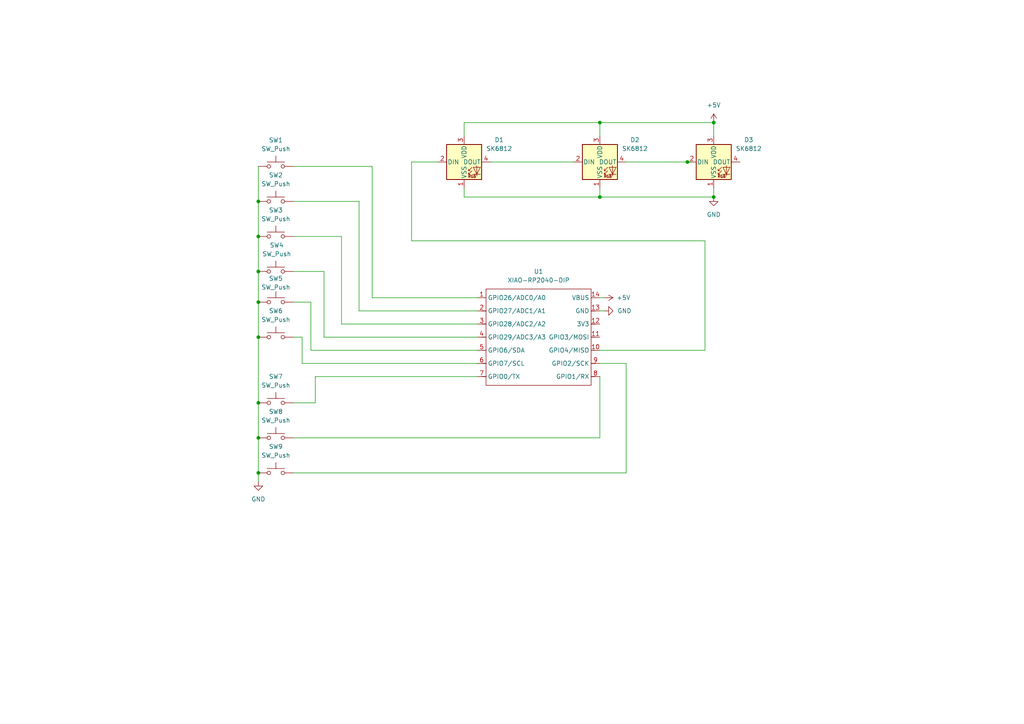
<source format=kicad_sch>
(kicad_sch
	(version 20250114)
	(generator "eeschema")
	(generator_version "9.0")
	(uuid "93a9d53d-e952-4873-be77-c0b2fa793412")
	(paper "A4")
	(lib_symbols
		(symbol "LED:SK6812"
			(pin_names
				(offset 0.254)
			)
			(exclude_from_sim no)
			(in_bom yes)
			(on_board yes)
			(property "Reference" "D"
				(at 5.08 5.715 0)
				(effects
					(font
						(size 1.27 1.27)
					)
					(justify right bottom)
				)
			)
			(property "Value" "SK6812"
				(at 1.27 -5.715 0)
				(effects
					(font
						(size 1.27 1.27)
					)
					(justify left top)
				)
			)
			(property "Footprint" "LED_SMD:LED_SK6812_PLCC4_5.0x5.0mm_P3.2mm"
				(at 1.27 -7.62 0)
				(effects
					(font
						(size 1.27 1.27)
					)
					(justify left top)
					(hide yes)
				)
			)
			(property "Datasheet" "https://cdn-shop.adafruit.com/product-files/1138/SK6812+LED+datasheet+.pdf"
				(at 2.54 -9.525 0)
				(effects
					(font
						(size 1.27 1.27)
					)
					(justify left top)
					(hide yes)
				)
			)
			(property "Description" "RGB LED with integrated controller"
				(at 0 0 0)
				(effects
					(font
						(size 1.27 1.27)
					)
					(hide yes)
				)
			)
			(property "ki_keywords" "RGB LED NeoPixel addressable"
				(at 0 0 0)
				(effects
					(font
						(size 1.27 1.27)
					)
					(hide yes)
				)
			)
			(property "ki_fp_filters" "LED*SK6812*PLCC*5.0x5.0mm*P3.2mm*"
				(at 0 0 0)
				(effects
					(font
						(size 1.27 1.27)
					)
					(hide yes)
				)
			)
			(symbol "SK6812_0_0"
				(text "RGB"
					(at 2.286 -4.191 0)
					(effects
						(font
							(size 0.762 0.762)
						)
					)
				)
			)
			(symbol "SK6812_0_1"
				(polyline
					(pts
						(xy 1.27 -2.54) (xy 1.778 -2.54)
					)
					(stroke
						(width 0)
						(type default)
					)
					(fill
						(type none)
					)
				)
				(polyline
					(pts
						(xy 1.27 -3.556) (xy 1.778 -3.556)
					)
					(stroke
						(width 0)
						(type default)
					)
					(fill
						(type none)
					)
				)
				(polyline
					(pts
						(xy 2.286 -1.524) (xy 1.27 -2.54) (xy 1.27 -2.032)
					)
					(stroke
						(width 0)
						(type default)
					)
					(fill
						(type none)
					)
				)
				(polyline
					(pts
						(xy 2.286 -2.54) (xy 1.27 -3.556) (xy 1.27 -3.048)
					)
					(stroke
						(width 0)
						(type default)
					)
					(fill
						(type none)
					)
				)
				(polyline
					(pts
						(xy 3.683 -1.016) (xy 3.683 -3.556) (xy 3.683 -4.064)
					)
					(stroke
						(width 0)
						(type default)
					)
					(fill
						(type none)
					)
				)
				(polyline
					(pts
						(xy 4.699 -1.524) (xy 2.667 -1.524) (xy 3.683 -3.556) (xy 4.699 -1.524)
					)
					(stroke
						(width 0)
						(type default)
					)
					(fill
						(type none)
					)
				)
				(polyline
					(pts
						(xy 4.699 -3.556) (xy 2.667 -3.556)
					)
					(stroke
						(width 0)
						(type default)
					)
					(fill
						(type none)
					)
				)
				(rectangle
					(start 5.08 5.08)
					(end -5.08 -5.08)
					(stroke
						(width 0.254)
						(type default)
					)
					(fill
						(type background)
					)
				)
			)
			(symbol "SK6812_1_1"
				(pin input line
					(at -7.62 0 0)
					(length 2.54)
					(name "DIN"
						(effects
							(font
								(size 1.27 1.27)
							)
						)
					)
					(number "2"
						(effects
							(font
								(size 1.27 1.27)
							)
						)
					)
				)
				(pin power_in line
					(at 0 7.62 270)
					(length 2.54)
					(name "VDD"
						(effects
							(font
								(size 1.27 1.27)
							)
						)
					)
					(number "3"
						(effects
							(font
								(size 1.27 1.27)
							)
						)
					)
				)
				(pin power_in line
					(at 0 -7.62 90)
					(length 2.54)
					(name "VSS"
						(effects
							(font
								(size 1.27 1.27)
							)
						)
					)
					(number "1"
						(effects
							(font
								(size 1.27 1.27)
							)
						)
					)
				)
				(pin output line
					(at 7.62 0 180)
					(length 2.54)
					(name "DOUT"
						(effects
							(font
								(size 1.27 1.27)
							)
						)
					)
					(number "4"
						(effects
							(font
								(size 1.27 1.27)
							)
						)
					)
				)
			)
			(embedded_fonts no)
		)
		(symbol "Switch:SW_Push"
			(pin_numbers
				(hide yes)
			)
			(pin_names
				(offset 1.016)
				(hide yes)
			)
			(exclude_from_sim no)
			(in_bom yes)
			(on_board yes)
			(property "Reference" "SW"
				(at 1.27 2.54 0)
				(effects
					(font
						(size 1.27 1.27)
					)
					(justify left)
				)
			)
			(property "Value" "SW_Push"
				(at 0 -1.524 0)
				(effects
					(font
						(size 1.27 1.27)
					)
				)
			)
			(property "Footprint" ""
				(at 0 5.08 0)
				(effects
					(font
						(size 1.27 1.27)
					)
					(hide yes)
				)
			)
			(property "Datasheet" "~"
				(at 0 5.08 0)
				(effects
					(font
						(size 1.27 1.27)
					)
					(hide yes)
				)
			)
			(property "Description" "Push button switch, generic, two pins"
				(at 0 0 0)
				(effects
					(font
						(size 1.27 1.27)
					)
					(hide yes)
				)
			)
			(property "ki_keywords" "switch normally-open pushbutton push-button"
				(at 0 0 0)
				(effects
					(font
						(size 1.27 1.27)
					)
					(hide yes)
				)
			)
			(symbol "SW_Push_0_1"
				(circle
					(center -2.032 0)
					(radius 0.508)
					(stroke
						(width 0)
						(type default)
					)
					(fill
						(type none)
					)
				)
				(polyline
					(pts
						(xy 0 1.27) (xy 0 3.048)
					)
					(stroke
						(width 0)
						(type default)
					)
					(fill
						(type none)
					)
				)
				(circle
					(center 2.032 0)
					(radius 0.508)
					(stroke
						(width 0)
						(type default)
					)
					(fill
						(type none)
					)
				)
				(polyline
					(pts
						(xy 2.54 1.27) (xy -2.54 1.27)
					)
					(stroke
						(width 0)
						(type default)
					)
					(fill
						(type none)
					)
				)
				(pin passive line
					(at -5.08 0 0)
					(length 2.54)
					(name "1"
						(effects
							(font
								(size 1.27 1.27)
							)
						)
					)
					(number "1"
						(effects
							(font
								(size 1.27 1.27)
							)
						)
					)
				)
				(pin passive line
					(at 5.08 0 180)
					(length 2.54)
					(name "2"
						(effects
							(font
								(size 1.27 1.27)
							)
						)
					)
					(number "2"
						(effects
							(font
								(size 1.27 1.27)
							)
						)
					)
				)
			)
			(embedded_fonts no)
		)
		(symbol "kicad lib:XIAO-RP2040-DIP"
			(exclude_from_sim no)
			(in_bom yes)
			(on_board yes)
			(property "Reference" "U"
				(at 0 0 0)
				(effects
					(font
						(size 1.27 1.27)
					)
				)
			)
			(property "Value" "XIAO-RP2040-DIP"
				(at 5.334 -1.778 0)
				(effects
					(font
						(size 1.27 1.27)
					)
				)
			)
			(property "Footprint" "Module:MOUDLE14P-XIAO-DIP-SMD"
				(at 14.478 -32.258 0)
				(effects
					(font
						(size 1.27 1.27)
					)
					(hide yes)
				)
			)
			(property "Datasheet" ""
				(at 0 0 0)
				(effects
					(font
						(size 1.27 1.27)
					)
					(hide yes)
				)
			)
			(property "Description" ""
				(at 0 0 0)
				(effects
					(font
						(size 1.27 1.27)
					)
					(hide yes)
				)
			)
			(symbol "XIAO-RP2040-DIP_1_0"
				(polyline
					(pts
						(xy -1.27 -2.54) (xy 29.21 -2.54)
					)
					(stroke
						(width 0.1524)
						(type solid)
					)
					(fill
						(type none)
					)
				)
				(polyline
					(pts
						(xy -1.27 -5.08) (xy -2.54 -5.08)
					)
					(stroke
						(width 0.1524)
						(type solid)
					)
					(fill
						(type none)
					)
				)
				(polyline
					(pts
						(xy -1.27 -5.08) (xy -1.27 -2.54)
					)
					(stroke
						(width 0.1524)
						(type solid)
					)
					(fill
						(type none)
					)
				)
				(polyline
					(pts
						(xy -1.27 -8.89) (xy -2.54 -8.89)
					)
					(stroke
						(width 0.1524)
						(type solid)
					)
					(fill
						(type none)
					)
				)
				(polyline
					(pts
						(xy -1.27 -8.89) (xy -1.27 -5.08)
					)
					(stroke
						(width 0.1524)
						(type solid)
					)
					(fill
						(type none)
					)
				)
				(polyline
					(pts
						(xy -1.27 -12.7) (xy -2.54 -12.7)
					)
					(stroke
						(width 0.1524)
						(type solid)
					)
					(fill
						(type none)
					)
				)
				(polyline
					(pts
						(xy -1.27 -12.7) (xy -1.27 -8.89)
					)
					(stroke
						(width 0.1524)
						(type solid)
					)
					(fill
						(type none)
					)
				)
				(polyline
					(pts
						(xy -1.27 -16.51) (xy -2.54 -16.51)
					)
					(stroke
						(width 0.1524)
						(type solid)
					)
					(fill
						(type none)
					)
				)
				(polyline
					(pts
						(xy -1.27 -16.51) (xy -1.27 -12.7)
					)
					(stroke
						(width 0.1524)
						(type solid)
					)
					(fill
						(type none)
					)
				)
				(polyline
					(pts
						(xy -1.27 -20.32) (xy -2.54 -20.32)
					)
					(stroke
						(width 0.1524)
						(type solid)
					)
					(fill
						(type none)
					)
				)
				(polyline
					(pts
						(xy -1.27 -24.13) (xy -2.54 -24.13)
					)
					(stroke
						(width 0.1524)
						(type solid)
					)
					(fill
						(type none)
					)
				)
				(polyline
					(pts
						(xy -1.27 -27.94) (xy -2.54 -27.94)
					)
					(stroke
						(width 0.1524)
						(type solid)
					)
					(fill
						(type none)
					)
				)
				(polyline
					(pts
						(xy -1.27 -30.48) (xy -1.27 -16.51)
					)
					(stroke
						(width 0.1524)
						(type solid)
					)
					(fill
						(type none)
					)
				)
				(polyline
					(pts
						(xy 29.21 -2.54) (xy 29.21 -5.08)
					)
					(stroke
						(width 0.1524)
						(type solid)
					)
					(fill
						(type none)
					)
				)
				(polyline
					(pts
						(xy 29.21 -5.08) (xy 29.21 -8.89)
					)
					(stroke
						(width 0.1524)
						(type solid)
					)
					(fill
						(type none)
					)
				)
				(polyline
					(pts
						(xy 29.21 -8.89) (xy 29.21 -12.7)
					)
					(stroke
						(width 0.1524)
						(type solid)
					)
					(fill
						(type none)
					)
				)
				(polyline
					(pts
						(xy 29.21 -12.7) (xy 29.21 -30.48)
					)
					(stroke
						(width 0.1524)
						(type solid)
					)
					(fill
						(type none)
					)
				)
				(polyline
					(pts
						(xy 29.21 -30.48) (xy -1.27 -30.48)
					)
					(stroke
						(width 0.1524)
						(type solid)
					)
					(fill
						(type none)
					)
				)
				(polyline
					(pts
						(xy 30.48 -5.08) (xy 29.21 -5.08)
					)
					(stroke
						(width 0.1524)
						(type solid)
					)
					(fill
						(type none)
					)
				)
				(polyline
					(pts
						(xy 30.48 -8.89) (xy 29.21 -8.89)
					)
					(stroke
						(width 0.1524)
						(type solid)
					)
					(fill
						(type none)
					)
				)
				(polyline
					(pts
						(xy 30.48 -12.7) (xy 29.21 -12.7)
					)
					(stroke
						(width 0.1524)
						(type solid)
					)
					(fill
						(type none)
					)
				)
				(polyline
					(pts
						(xy 30.48 -16.51) (xy 29.21 -16.51)
					)
					(stroke
						(width 0.1524)
						(type solid)
					)
					(fill
						(type none)
					)
				)
				(polyline
					(pts
						(xy 30.48 -20.32) (xy 29.21 -20.32)
					)
					(stroke
						(width 0.1524)
						(type solid)
					)
					(fill
						(type none)
					)
				)
				(polyline
					(pts
						(xy 30.48 -24.13) (xy 29.21 -24.13)
					)
					(stroke
						(width 0.1524)
						(type solid)
					)
					(fill
						(type none)
					)
				)
				(polyline
					(pts
						(xy 30.48 -27.94) (xy 29.21 -27.94)
					)
					(stroke
						(width 0.1524)
						(type solid)
					)
					(fill
						(type none)
					)
				)
				(pin passive line
					(at -3.81 -5.08 0)
					(length 2.54)
					(name "GPIO26/ADC0/A0"
						(effects
							(font
								(size 1.27 1.27)
							)
						)
					)
					(number "1"
						(effects
							(font
								(size 1.27 1.27)
							)
						)
					)
				)
				(pin passive line
					(at -3.81 -8.89 0)
					(length 2.54)
					(name "GPIO27/ADC1/A1"
						(effects
							(font
								(size 1.27 1.27)
							)
						)
					)
					(number "2"
						(effects
							(font
								(size 1.27 1.27)
							)
						)
					)
				)
				(pin passive line
					(at -3.81 -12.7 0)
					(length 2.54)
					(name "GPIO28/ADC2/A2"
						(effects
							(font
								(size 1.27 1.27)
							)
						)
					)
					(number "3"
						(effects
							(font
								(size 1.27 1.27)
							)
						)
					)
				)
				(pin passive line
					(at -3.81 -16.51 0)
					(length 2.54)
					(name "GPIO29/ADC3/A3"
						(effects
							(font
								(size 1.27 1.27)
							)
						)
					)
					(number "4"
						(effects
							(font
								(size 1.27 1.27)
							)
						)
					)
				)
				(pin passive line
					(at -3.81 -20.32 0)
					(length 2.54)
					(name "GPIO6/SDA"
						(effects
							(font
								(size 1.27 1.27)
							)
						)
					)
					(number "5"
						(effects
							(font
								(size 1.27 1.27)
							)
						)
					)
				)
				(pin passive line
					(at -3.81 -24.13 0)
					(length 2.54)
					(name "GPIO7/SCL"
						(effects
							(font
								(size 1.27 1.27)
							)
						)
					)
					(number "6"
						(effects
							(font
								(size 1.27 1.27)
							)
						)
					)
				)
				(pin passive line
					(at -3.81 -27.94 0)
					(length 2.54)
					(name "GPIO0/TX"
						(effects
							(font
								(size 1.27 1.27)
							)
						)
					)
					(number "7"
						(effects
							(font
								(size 1.27 1.27)
							)
						)
					)
				)
				(pin passive line
					(at 31.75 -5.08 180)
					(length 2.54)
					(name "VBUS"
						(effects
							(font
								(size 1.27 1.27)
							)
						)
					)
					(number "14"
						(effects
							(font
								(size 1.27 1.27)
							)
						)
					)
				)
				(pin passive line
					(at 31.75 -8.89 180)
					(length 2.54)
					(name "GND"
						(effects
							(font
								(size 1.27 1.27)
							)
						)
					)
					(number "13"
						(effects
							(font
								(size 1.27 1.27)
							)
						)
					)
				)
				(pin passive line
					(at 31.75 -12.7 180)
					(length 2.54)
					(name "3V3"
						(effects
							(font
								(size 1.27 1.27)
							)
						)
					)
					(number "12"
						(effects
							(font
								(size 1.27 1.27)
							)
						)
					)
				)
				(pin passive line
					(at 31.75 -16.51 180)
					(length 2.54)
					(name "GPIO3/MOSI"
						(effects
							(font
								(size 1.27 1.27)
							)
						)
					)
					(number "11"
						(effects
							(font
								(size 1.27 1.27)
							)
						)
					)
				)
				(pin passive line
					(at 31.75 -20.32 180)
					(length 2.54)
					(name "GPIO4/MISO"
						(effects
							(font
								(size 1.27 1.27)
							)
						)
					)
					(number "10"
						(effects
							(font
								(size 1.27 1.27)
							)
						)
					)
				)
				(pin passive line
					(at 31.75 -24.13 180)
					(length 2.54)
					(name "GPIO2/SCK"
						(effects
							(font
								(size 1.27 1.27)
							)
						)
					)
					(number "9"
						(effects
							(font
								(size 1.27 1.27)
							)
						)
					)
				)
				(pin passive line
					(at 31.75 -27.94 180)
					(length 2.54)
					(name "GPIO1/RX"
						(effects
							(font
								(size 1.27 1.27)
							)
						)
					)
					(number "8"
						(effects
							(font
								(size 1.27 1.27)
							)
						)
					)
				)
			)
			(embedded_fonts no)
		)
		(symbol "power:+5V"
			(power)
			(pin_numbers
				(hide yes)
			)
			(pin_names
				(offset 0)
				(hide yes)
			)
			(exclude_from_sim no)
			(in_bom yes)
			(on_board yes)
			(property "Reference" "#PWR"
				(at 0 -3.81 0)
				(effects
					(font
						(size 1.27 1.27)
					)
					(hide yes)
				)
			)
			(property "Value" "+5V"
				(at 0 3.556 0)
				(effects
					(font
						(size 1.27 1.27)
					)
				)
			)
			(property "Footprint" ""
				(at 0 0 0)
				(effects
					(font
						(size 1.27 1.27)
					)
					(hide yes)
				)
			)
			(property "Datasheet" ""
				(at 0 0 0)
				(effects
					(font
						(size 1.27 1.27)
					)
					(hide yes)
				)
			)
			(property "Description" "Power symbol creates a global label with name \"+5V\""
				(at 0 0 0)
				(effects
					(font
						(size 1.27 1.27)
					)
					(hide yes)
				)
			)
			(property "ki_keywords" "global power"
				(at 0 0 0)
				(effects
					(font
						(size 1.27 1.27)
					)
					(hide yes)
				)
			)
			(symbol "+5V_0_1"
				(polyline
					(pts
						(xy -0.762 1.27) (xy 0 2.54)
					)
					(stroke
						(width 0)
						(type default)
					)
					(fill
						(type none)
					)
				)
				(polyline
					(pts
						(xy 0 2.54) (xy 0.762 1.27)
					)
					(stroke
						(width 0)
						(type default)
					)
					(fill
						(type none)
					)
				)
				(polyline
					(pts
						(xy 0 0) (xy 0 2.54)
					)
					(stroke
						(width 0)
						(type default)
					)
					(fill
						(type none)
					)
				)
			)
			(symbol "+5V_1_1"
				(pin power_in line
					(at 0 0 90)
					(length 0)
					(name "~"
						(effects
							(font
								(size 1.27 1.27)
							)
						)
					)
					(number "1"
						(effects
							(font
								(size 1.27 1.27)
							)
						)
					)
				)
			)
			(embedded_fonts no)
		)
		(symbol "power:GND"
			(power)
			(pin_numbers
				(hide yes)
			)
			(pin_names
				(offset 0)
				(hide yes)
			)
			(exclude_from_sim no)
			(in_bom yes)
			(on_board yes)
			(property "Reference" "#PWR"
				(at 0 -6.35 0)
				(effects
					(font
						(size 1.27 1.27)
					)
					(hide yes)
				)
			)
			(property "Value" "GND"
				(at 0 -3.81 0)
				(effects
					(font
						(size 1.27 1.27)
					)
				)
			)
			(property "Footprint" ""
				(at 0 0 0)
				(effects
					(font
						(size 1.27 1.27)
					)
					(hide yes)
				)
			)
			(property "Datasheet" ""
				(at 0 0 0)
				(effects
					(font
						(size 1.27 1.27)
					)
					(hide yes)
				)
			)
			(property "Description" "Power symbol creates a global label with name \"GND\" , ground"
				(at 0 0 0)
				(effects
					(font
						(size 1.27 1.27)
					)
					(hide yes)
				)
			)
			(property "ki_keywords" "global power"
				(at 0 0 0)
				(effects
					(font
						(size 1.27 1.27)
					)
					(hide yes)
				)
			)
			(symbol "GND_0_1"
				(polyline
					(pts
						(xy 0 0) (xy 0 -1.27) (xy 1.27 -1.27) (xy 0 -2.54) (xy -1.27 -1.27) (xy 0 -1.27)
					)
					(stroke
						(width 0)
						(type default)
					)
					(fill
						(type none)
					)
				)
			)
			(symbol "GND_1_1"
				(pin power_in line
					(at 0 0 270)
					(length 0)
					(name "~"
						(effects
							(font
								(size 1.27 1.27)
							)
						)
					)
					(number "1"
						(effects
							(font
								(size 1.27 1.27)
							)
						)
					)
				)
			)
			(embedded_fonts no)
		)
	)
	(junction
		(at 207.01 35.56)
		(diameter 0)
		(color 0 0 0 0)
		(uuid "1193ac65-91da-4429-82e9-7096ccf56cd1")
	)
	(junction
		(at 74.93 68.58)
		(diameter 0)
		(color 0 0 0 0)
		(uuid "210c643d-d154-47c6-829a-df8b4013dc40")
	)
	(junction
		(at 207.01 57.15)
		(diameter 0)
		(color 0 0 0 0)
		(uuid "3486b0c6-9eca-4a7d-847e-2da2164d8abf")
	)
	(junction
		(at 199.39 46.99)
		(diameter 0)
		(color 0 0 0 0)
		(uuid "4f8cfe1f-be27-44f4-8c2d-970fa0df8de1")
	)
	(junction
		(at 74.93 87.63)
		(diameter 0)
		(color 0 0 0 0)
		(uuid "6aa39b2a-72b8-498f-8e3c-a77cb7d525be")
	)
	(junction
		(at 173.99 35.56)
		(diameter 0)
		(color 0 0 0 0)
		(uuid "6f724bb5-491f-44ae-993e-9c61319aab72")
	)
	(junction
		(at 74.93 97.79)
		(diameter 0)
		(color 0 0 0 0)
		(uuid "793dc353-bf61-4b89-8fbb-952a533ff47b")
	)
	(junction
		(at 74.93 137.16)
		(diameter 0)
		(color 0 0 0 0)
		(uuid "80117cf5-8e54-451d-9346-847abc0797d1")
	)
	(junction
		(at 74.93 58.42)
		(diameter 0)
		(color 0 0 0 0)
		(uuid "853a754b-2461-4abc-8381-20a564256b73")
	)
	(junction
		(at 173.99 57.15)
		(diameter 0)
		(color 0 0 0 0)
		(uuid "a65392c5-5f6a-4d58-aaca-218f8b4456bf")
	)
	(junction
		(at 74.93 127)
		(diameter 0)
		(color 0 0 0 0)
		(uuid "b8b1f3f3-3713-4741-8b24-2b13f144c6e3")
	)
	(junction
		(at 74.93 78.74)
		(diameter 0)
		(color 0 0 0 0)
		(uuid "c202fa9d-8ffe-4811-be7e-b148564ada4c")
	)
	(junction
		(at 74.93 116.84)
		(diameter 0)
		(color 0 0 0 0)
		(uuid "c27eb092-c0e4-40d5-8785-e7c44cd6de02")
	)
	(wire
		(pts
			(xy 91.44 116.84) (xy 91.44 109.22)
		)
		(stroke
			(width 0)
			(type default)
		)
		(uuid "162f14f2-a126-4b9b-99b0-ef119d52bba5")
	)
	(wire
		(pts
			(xy 134.62 39.37) (xy 134.62 35.56)
		)
		(stroke
			(width 0)
			(type default)
		)
		(uuid "1c87a9f1-1261-4614-a131-342a70ae2105")
	)
	(wire
		(pts
			(xy 85.09 58.42) (xy 104.14 58.42)
		)
		(stroke
			(width 0)
			(type default)
		)
		(uuid "1f873a76-d8b2-436e-90f5-8bea5809d8d6")
	)
	(wire
		(pts
			(xy 204.47 69.85) (xy 119.38 69.85)
		)
		(stroke
			(width 0)
			(type default)
		)
		(uuid "26e2cba8-481a-4722-ab9c-643ae07a38a8")
	)
	(wire
		(pts
			(xy 85.09 97.79) (xy 87.63 97.79)
		)
		(stroke
			(width 0)
			(type default)
		)
		(uuid "2b03805e-7333-418e-a2aa-f08521fa117a")
	)
	(wire
		(pts
			(xy 181.61 137.16) (xy 181.61 105.41)
		)
		(stroke
			(width 0)
			(type default)
		)
		(uuid "2fa1e939-84ce-497b-9866-2e732b6d6ea4")
	)
	(wire
		(pts
			(xy 181.61 46.99) (xy 199.39 46.99)
		)
		(stroke
			(width 0)
			(type default)
		)
		(uuid "30d250fb-9f29-4a93-a909-26da0eb5649c")
	)
	(wire
		(pts
			(xy 74.93 58.42) (xy 74.93 68.58)
		)
		(stroke
			(width 0)
			(type default)
		)
		(uuid "349f8061-345c-4f3e-a368-ed83fbb1daf2")
	)
	(wire
		(pts
			(xy 207.01 57.15) (xy 207.01 54.61)
		)
		(stroke
			(width 0)
			(type default)
		)
		(uuid "36924967-d270-4ee4-849b-3ebddc795e90")
	)
	(wire
		(pts
			(xy 173.99 101.6) (xy 204.47 101.6)
		)
		(stroke
			(width 0)
			(type default)
		)
		(uuid "3a795d73-1493-40dc-af8d-c905a7c1f0a8")
	)
	(wire
		(pts
			(xy 207.01 35.56) (xy 207.01 39.37)
		)
		(stroke
			(width 0)
			(type default)
		)
		(uuid "3ccda582-0bc5-47bb-8265-c18c5ecf0527")
	)
	(wire
		(pts
			(xy 175.26 90.17) (xy 173.99 90.17)
		)
		(stroke
			(width 0)
			(type default)
		)
		(uuid "43ec3e7c-1e3f-465f-9243-29bdb8049356")
	)
	(wire
		(pts
			(xy 142.24 46.99) (xy 166.37 46.99)
		)
		(stroke
			(width 0)
			(type default)
		)
		(uuid "5157cf52-b668-423f-9234-f6e658865143")
	)
	(wire
		(pts
			(xy 107.95 48.26) (xy 107.95 86.36)
		)
		(stroke
			(width 0)
			(type default)
		)
		(uuid "597e3207-00c3-4702-9316-76334c67ca47")
	)
	(wire
		(pts
			(xy 173.99 35.56) (xy 207.01 35.56)
		)
		(stroke
			(width 0)
			(type default)
		)
		(uuid "5c4e8325-da36-45a3-84bb-776205b217bb")
	)
	(wire
		(pts
			(xy 74.93 68.58) (xy 74.93 78.74)
		)
		(stroke
			(width 0)
			(type default)
		)
		(uuid "5dff81be-2df9-4520-86bd-520d51ff8a91")
	)
	(wire
		(pts
			(xy 134.62 35.56) (xy 173.99 35.56)
		)
		(stroke
			(width 0)
			(type default)
		)
		(uuid "6b9f967e-4ccc-4d52-bb1f-aeef44a1dc88")
	)
	(wire
		(pts
			(xy 85.09 68.58) (xy 99.06 68.58)
		)
		(stroke
			(width 0)
			(type default)
		)
		(uuid "6dd819be-e1f8-40bb-84e3-030079ef1a84")
	)
	(wire
		(pts
			(xy 74.93 78.74) (xy 74.93 87.63)
		)
		(stroke
			(width 0)
			(type default)
		)
		(uuid "708decaa-624d-4fee-8690-f3e1a1e90b54")
	)
	(wire
		(pts
			(xy 173.99 127) (xy 173.99 109.22)
		)
		(stroke
			(width 0)
			(type default)
		)
		(uuid "722df2f4-9b1c-4b53-95f7-e0034c88e234")
	)
	(wire
		(pts
			(xy 99.06 68.58) (xy 99.06 93.98)
		)
		(stroke
			(width 0)
			(type default)
		)
		(uuid "7a8005b9-6f52-4c92-a60b-ec53fc7181f0")
	)
	(wire
		(pts
			(xy 74.93 127) (xy 74.93 137.16)
		)
		(stroke
			(width 0)
			(type default)
		)
		(uuid "807dbde0-5f13-409b-9d4f-876eeeab7181")
	)
	(wire
		(pts
			(xy 107.95 86.36) (xy 138.43 86.36)
		)
		(stroke
			(width 0)
			(type default)
		)
		(uuid "827b2fb6-1490-4590-964f-dc9d5f204fb6")
	)
	(wire
		(pts
			(xy 181.61 105.41) (xy 173.99 105.41)
		)
		(stroke
			(width 0)
			(type default)
		)
		(uuid "8702f0e0-36e2-4a43-908b-7c7fd1f5831b")
	)
	(wire
		(pts
			(xy 93.98 78.74) (xy 93.98 97.79)
		)
		(stroke
			(width 0)
			(type default)
		)
		(uuid "87da748d-39f7-42ef-a529-244a290dd63f")
	)
	(wire
		(pts
			(xy 85.09 137.16) (xy 181.61 137.16)
		)
		(stroke
			(width 0)
			(type default)
		)
		(uuid "8a5f2e86-6331-4445-9374-f9f7ed7705bc")
	)
	(wire
		(pts
			(xy 85.09 116.84) (xy 91.44 116.84)
		)
		(stroke
			(width 0)
			(type default)
		)
		(uuid "8b79fef0-145a-4786-9ef9-9b9ddccbb40e")
	)
	(wire
		(pts
			(xy 74.93 48.26) (xy 74.93 58.42)
		)
		(stroke
			(width 0)
			(type default)
		)
		(uuid "8d1b59bd-123b-4cec-86a8-423ff83250ca")
	)
	(wire
		(pts
			(xy 87.63 105.41) (xy 138.43 105.41)
		)
		(stroke
			(width 0)
			(type default)
		)
		(uuid "8df89c08-8306-43f5-96eb-ebab6e9eb177")
	)
	(wire
		(pts
			(xy 173.99 35.56) (xy 173.99 39.37)
		)
		(stroke
			(width 0)
			(type default)
		)
		(uuid "8e142f41-1026-4f8b-9548-72fed7816a26")
	)
	(wire
		(pts
			(xy 104.14 90.17) (xy 138.43 90.17)
		)
		(stroke
			(width 0)
			(type default)
		)
		(uuid "929f14d2-caa7-4533-ab52-36f89f5af508")
	)
	(wire
		(pts
			(xy 90.17 87.63) (xy 90.17 101.6)
		)
		(stroke
			(width 0)
			(type default)
		)
		(uuid "958f6840-6a5d-408c-bbcb-549a7f08d440")
	)
	(wire
		(pts
			(xy 204.47 101.6) (xy 204.47 69.85)
		)
		(stroke
			(width 0)
			(type default)
		)
		(uuid "99a30ef6-d77e-48c3-9abd-1085ad31b965")
	)
	(wire
		(pts
			(xy 91.44 109.22) (xy 138.43 109.22)
		)
		(stroke
			(width 0)
			(type default)
		)
		(uuid "99f984ad-295e-4085-b81b-4acac9b46665")
	)
	(wire
		(pts
			(xy 85.09 87.63) (xy 90.17 87.63)
		)
		(stroke
			(width 0)
			(type default)
		)
		(uuid "9a08b62d-0df6-4169-b760-fdc0e7203ea6")
	)
	(wire
		(pts
			(xy 199.39 46.99) (xy 200.66 46.99)
		)
		(stroke
			(width 0)
			(type default)
		)
		(uuid "9edfff90-fbeb-4a90-9b3f-60a3a0ea3507")
	)
	(wire
		(pts
			(xy 173.99 57.15) (xy 207.01 57.15)
		)
		(stroke
			(width 0)
			(type default)
		)
		(uuid "9f493fb8-8d1c-4439-85ed-1f63b32177cc")
	)
	(wire
		(pts
			(xy 74.93 116.84) (xy 74.93 127)
		)
		(stroke
			(width 0)
			(type default)
		)
		(uuid "a4cf5e57-d33e-4d88-9c7b-55ac54326aa0")
	)
	(wire
		(pts
			(xy 85.09 127) (xy 173.99 127)
		)
		(stroke
			(width 0)
			(type default)
		)
		(uuid "a5e80373-13de-4c4c-9995-ce8c5e80eac9")
	)
	(wire
		(pts
			(xy 87.63 97.79) (xy 87.63 105.41)
		)
		(stroke
			(width 0)
			(type default)
		)
		(uuid "a9f92104-aa1e-4860-be65-49c336e9d235")
	)
	(wire
		(pts
			(xy 74.93 87.63) (xy 74.93 97.79)
		)
		(stroke
			(width 0)
			(type default)
		)
		(uuid "ba7293c6-a4bf-4fa1-a272-9c1f319d5d25")
	)
	(wire
		(pts
			(xy 175.26 86.36) (xy 173.99 86.36)
		)
		(stroke
			(width 0)
			(type default)
		)
		(uuid "c01432fa-f0cd-43da-9085-33f9313a88c9")
	)
	(wire
		(pts
			(xy 104.14 58.42) (xy 104.14 90.17)
		)
		(stroke
			(width 0)
			(type default)
		)
		(uuid "c39bc384-a047-4420-bafb-6f792cf4cf71")
	)
	(wire
		(pts
			(xy 90.17 101.6) (xy 138.43 101.6)
		)
		(stroke
			(width 0)
			(type default)
		)
		(uuid "cd26b1f4-1662-4790-8757-0f2ae3318755")
	)
	(wire
		(pts
			(xy 134.62 57.15) (xy 173.99 57.15)
		)
		(stroke
			(width 0)
			(type default)
		)
		(uuid "cd912ddb-6fb9-4c42-abc1-db0db9dff9bc")
	)
	(wire
		(pts
			(xy 119.38 46.99) (xy 127 46.99)
		)
		(stroke
			(width 0)
			(type default)
		)
		(uuid "cda1984c-f758-4b08-8aab-73c0cb78c4b5")
	)
	(wire
		(pts
			(xy 85.09 78.74) (xy 93.98 78.74)
		)
		(stroke
			(width 0)
			(type default)
		)
		(uuid "d443c7a8-bd1d-499f-8c10-1ba476ff0b4a")
	)
	(wire
		(pts
			(xy 134.62 54.61) (xy 134.62 57.15)
		)
		(stroke
			(width 0)
			(type default)
		)
		(uuid "d5508aae-2b96-40ad-a00a-b6b90882e90e")
	)
	(wire
		(pts
			(xy 119.38 69.85) (xy 119.38 46.99)
		)
		(stroke
			(width 0)
			(type default)
		)
		(uuid "d66168ee-2344-4d5b-8033-29a2ae9351ce")
	)
	(wire
		(pts
			(xy 74.93 137.16) (xy 74.93 139.7)
		)
		(stroke
			(width 0)
			(type default)
		)
		(uuid "e3b5743b-bf8a-4ef9-a6b2-ab00a84c59b4")
	)
	(wire
		(pts
			(xy 85.09 48.26) (xy 107.95 48.26)
		)
		(stroke
			(width 0)
			(type default)
		)
		(uuid "ed165878-50b7-4eb2-aa13-b7e5fefc7101")
	)
	(wire
		(pts
			(xy 99.06 93.98) (xy 138.43 93.98)
		)
		(stroke
			(width 0)
			(type default)
		)
		(uuid "ed1b772c-1bf0-4b5d-b856-7f83bd408b66")
	)
	(wire
		(pts
			(xy 93.98 97.79) (xy 138.43 97.79)
		)
		(stroke
			(width 0)
			(type default)
		)
		(uuid "ef9f27c7-431a-4268-98a6-a8a9eb969d7c")
	)
	(wire
		(pts
			(xy 74.93 97.79) (xy 74.93 116.84)
		)
		(stroke
			(width 0)
			(type default)
		)
		(uuid "f3b7a9db-e6bf-4a36-a4e6-3aa8fb828ac8")
	)
	(wire
		(pts
			(xy 173.99 54.61) (xy 173.99 57.15)
		)
		(stroke
			(width 0)
			(type default)
		)
		(uuid "f47dc047-89f1-4145-b1db-2ec209014595")
	)
	(symbol
		(lib_id "Switch:SW_Push")
		(at 80.01 58.42 0)
		(unit 1)
		(exclude_from_sim no)
		(in_bom yes)
		(on_board yes)
		(dnp no)
		(fields_autoplaced yes)
		(uuid "19577a1a-2e34-44a0-951a-9e3c726c46cd")
		(property "Reference" "SW2"
			(at 80.01 50.8 0)
			(effects
				(font
					(size 1.27 1.27)
				)
			)
		)
		(property "Value" "SW_Push"
			(at 80.01 53.34 0)
			(effects
				(font
					(size 1.27 1.27)
				)
			)
		)
		(property "Footprint" "Button_Switch_Keyboard:SW_Cherry_MX_1.00u_PCB"
			(at 80.01 53.34 0)
			(effects
				(font
					(size 1.27 1.27)
				)
				(hide yes)
			)
		)
		(property "Datasheet" "~"
			(at 80.01 53.34 0)
			(effects
				(font
					(size 1.27 1.27)
				)
				(hide yes)
			)
		)
		(property "Description" "Push button switch, generic, two pins"
			(at 80.01 58.42 0)
			(effects
				(font
					(size 1.27 1.27)
				)
				(hide yes)
			)
		)
		(pin "1"
			(uuid "46a399f2-18c8-46e9-a6e1-e1226bcd9fa5")
		)
		(pin "2"
			(uuid "ceea7925-e8da-425d-8027-ba06ca73ff85")
		)
		(instances
			(project "forgepad"
				(path "/93a9d53d-e952-4873-be77-c0b2fa793412"
					(reference "SW2")
					(unit 1)
				)
			)
		)
	)
	(symbol
		(lib_id "Switch:SW_Push")
		(at 80.01 127 0)
		(unit 1)
		(exclude_from_sim no)
		(in_bom yes)
		(on_board yes)
		(dnp no)
		(fields_autoplaced yes)
		(uuid "23b353a1-589c-478c-b009-c34f36de6049")
		(property "Reference" "SW8"
			(at 80.01 119.38 0)
			(effects
				(font
					(size 1.27 1.27)
				)
			)
		)
		(property "Value" "SW_Push"
			(at 80.01 121.92 0)
			(effects
				(font
					(size 1.27 1.27)
				)
			)
		)
		(property "Footprint" "Button_Switch_Keyboard:SW_Cherry_MX_1.00u_PCB"
			(at 80.01 121.92 0)
			(effects
				(font
					(size 1.27 1.27)
				)
				(hide yes)
			)
		)
		(property "Datasheet" "~"
			(at 80.01 121.92 0)
			(effects
				(font
					(size 1.27 1.27)
				)
				(hide yes)
			)
		)
		(property "Description" "Push button switch, generic, two pins"
			(at 80.01 127 0)
			(effects
				(font
					(size 1.27 1.27)
				)
				(hide yes)
			)
		)
		(pin "1"
			(uuid "83a4c627-8211-48b6-b734-ec3d97a348f5")
		)
		(pin "2"
			(uuid "9df5d975-faf1-461c-b4ea-769d2e0c8728")
		)
		(instances
			(project "forgepad"
				(path "/93a9d53d-e952-4873-be77-c0b2fa793412"
					(reference "SW8")
					(unit 1)
				)
			)
		)
	)
	(symbol
		(lib_id "power:GND")
		(at 74.93 139.7 0)
		(unit 1)
		(exclude_from_sim no)
		(in_bom yes)
		(on_board yes)
		(dnp no)
		(fields_autoplaced yes)
		(uuid "27a9102a-0107-467c-86d9-417a60353778")
		(property "Reference" "#PWR01"
			(at 74.93 146.05 0)
			(effects
				(font
					(size 1.27 1.27)
				)
				(hide yes)
			)
		)
		(property "Value" "GND"
			(at 74.93 144.78 0)
			(effects
				(font
					(size 1.27 1.27)
				)
			)
		)
		(property "Footprint" ""
			(at 74.93 139.7 0)
			(effects
				(font
					(size 1.27 1.27)
				)
				(hide yes)
			)
		)
		(property "Datasheet" ""
			(at 74.93 139.7 0)
			(effects
				(font
					(size 1.27 1.27)
				)
				(hide yes)
			)
		)
		(property "Description" "Power symbol creates a global label with name \"GND\" , ground"
			(at 74.93 139.7 0)
			(effects
				(font
					(size 1.27 1.27)
				)
				(hide yes)
			)
		)
		(pin "1"
			(uuid "6be527ce-07f8-48f5-9660-71e0f4c2e1c9")
		)
		(instances
			(project ""
				(path "/93a9d53d-e952-4873-be77-c0b2fa793412"
					(reference "#PWR01")
					(unit 1)
				)
			)
		)
	)
	(symbol
		(lib_id "power:+5V")
		(at 175.26 86.36 270)
		(unit 1)
		(exclude_from_sim no)
		(in_bom yes)
		(on_board yes)
		(dnp no)
		(uuid "384d3a57-9136-4b63-87b6-b0a3c702728c")
		(property "Reference" "#PWR03"
			(at 171.45 86.36 0)
			(effects
				(font
					(size 1.27 1.27)
				)
				(hide yes)
			)
		)
		(property "Value" "+5V"
			(at 180.848 86.36 90)
			(effects
				(font
					(size 1.27 1.27)
				)
			)
		)
		(property "Footprint" ""
			(at 175.26 86.36 0)
			(effects
				(font
					(size 1.27 1.27)
				)
				(hide yes)
			)
		)
		(property "Datasheet" ""
			(at 175.26 86.36 0)
			(effects
				(font
					(size 1.27 1.27)
				)
				(hide yes)
			)
		)
		(property "Description" "Power symbol creates a global label with name \"+5V\""
			(at 175.26 86.36 0)
			(effects
				(font
					(size 1.27 1.27)
				)
				(hide yes)
			)
		)
		(pin "1"
			(uuid "44a33f9c-a227-4274-9fe9-6fc01e24f28d")
		)
		(instances
			(project ""
				(path "/93a9d53d-e952-4873-be77-c0b2fa793412"
					(reference "#PWR03")
					(unit 1)
				)
			)
		)
	)
	(symbol
		(lib_id "Switch:SW_Push")
		(at 80.01 97.79 0)
		(unit 1)
		(exclude_from_sim no)
		(in_bom yes)
		(on_board yes)
		(dnp no)
		(fields_autoplaced yes)
		(uuid "55752416-2e7f-4618-9677-9697434af95d")
		(property "Reference" "SW6"
			(at 80.01 90.17 0)
			(effects
				(font
					(size 1.27 1.27)
				)
			)
		)
		(property "Value" "SW_Push"
			(at 80.01 92.71 0)
			(effects
				(font
					(size 1.27 1.27)
				)
			)
		)
		(property "Footprint" "Button_Switch_Keyboard:SW_Cherry_MX_1.00u_PCB"
			(at 80.01 92.71 0)
			(effects
				(font
					(size 1.27 1.27)
				)
				(hide yes)
			)
		)
		(property "Datasheet" "~"
			(at 80.01 92.71 0)
			(effects
				(font
					(size 1.27 1.27)
				)
				(hide yes)
			)
		)
		(property "Description" "Push button switch, generic, two pins"
			(at 80.01 97.79 0)
			(effects
				(font
					(size 1.27 1.27)
				)
				(hide yes)
			)
		)
		(pin "1"
			(uuid "feccd4ca-5ba7-4670-87f9-b7174c4a1b54")
		)
		(pin "2"
			(uuid "47e3b9b2-805e-4cb4-b151-d3d35cafa9f7")
		)
		(instances
			(project "forgepad"
				(path "/93a9d53d-e952-4873-be77-c0b2fa793412"
					(reference "SW6")
					(unit 1)
				)
			)
		)
	)
	(symbol
		(lib_id "Switch:SW_Push")
		(at 80.01 68.58 0)
		(unit 1)
		(exclude_from_sim no)
		(in_bom yes)
		(on_board yes)
		(dnp no)
		(fields_autoplaced yes)
		(uuid "62d129c0-ed3c-4b89-bc1d-3e73055a19b8")
		(property "Reference" "SW3"
			(at 80.01 60.96 0)
			(effects
				(font
					(size 1.27 1.27)
				)
			)
		)
		(property "Value" "SW_Push"
			(at 80.01 63.5 0)
			(effects
				(font
					(size 1.27 1.27)
				)
			)
		)
		(property "Footprint" "Button_Switch_Keyboard:SW_Cherry_MX_1.00u_PCB"
			(at 80.01 63.5 0)
			(effects
				(font
					(size 1.27 1.27)
				)
				(hide yes)
			)
		)
		(property "Datasheet" "~"
			(at 80.01 63.5 0)
			(effects
				(font
					(size 1.27 1.27)
				)
				(hide yes)
			)
		)
		(property "Description" "Push button switch, generic, two pins"
			(at 80.01 68.58 0)
			(effects
				(font
					(size 1.27 1.27)
				)
				(hide yes)
			)
		)
		(pin "1"
			(uuid "cd4f4b54-a591-4a6f-bd61-78e357f078f1")
		)
		(pin "2"
			(uuid "e5f3e5f9-2597-4361-9751-c01abd015172")
		)
		(instances
			(project "forgepad"
				(path "/93a9d53d-e952-4873-be77-c0b2fa793412"
					(reference "SW3")
					(unit 1)
				)
			)
		)
	)
	(symbol
		(lib_id "kicad lib:XIAO-RP2040-DIP")
		(at 142.24 81.28 0)
		(unit 1)
		(exclude_from_sim no)
		(in_bom yes)
		(on_board yes)
		(dnp no)
		(fields_autoplaced yes)
		(uuid "6b407308-a430-4e96-81ab-f88553b7e358")
		(property "Reference" "U1"
			(at 156.21 78.74 0)
			(effects
				(font
					(size 1.27 1.27)
				)
			)
		)
		(property "Value" "XIAO-RP2040-DIP"
			(at 156.21 81.28 0)
			(effects
				(font
					(size 1.27 1.27)
				)
			)
		)
		(property "Footprint" "opl lib:XIAO-RP2040-DIP"
			(at 156.718 113.538 0)
			(effects
				(font
					(size 1.27 1.27)
				)
				(hide yes)
			)
		)
		(property "Datasheet" ""
			(at 142.24 81.28 0)
			(effects
				(font
					(size 1.27 1.27)
				)
				(hide yes)
			)
		)
		(property "Description" ""
			(at 142.24 81.28 0)
			(effects
				(font
					(size 1.27 1.27)
				)
				(hide yes)
			)
		)
		(pin "5"
			(uuid "7e87a689-d2fc-4840-ae11-022c008382e7")
		)
		(pin "9"
			(uuid "fcf2dbcd-9b75-40f3-8dc4-a103164217b7")
		)
		(pin "1"
			(uuid "0e16f5f5-5f5a-453e-95f5-c5e2ad4c5967")
		)
		(pin "10"
			(uuid "f14b20fa-6c23-44d4-a43d-8fa65023aea4")
		)
		(pin "12"
			(uuid "9169346d-fdec-443f-bb41-e80f20f8e61f")
		)
		(pin "4"
			(uuid "74194df6-8411-457c-88fd-411dbadde442")
		)
		(pin "14"
			(uuid "e0ad5ea2-56a0-47c2-80da-aaa21b5c8a23")
		)
		(pin "6"
			(uuid "d1ccbcda-f81e-42c9-b92e-5f8baa674783")
		)
		(pin "2"
			(uuid "997b32d6-ec6d-4a0b-9358-818c40812467")
		)
		(pin "3"
			(uuid "d8466add-afc4-42ec-b40a-f94cfc678b20")
		)
		(pin "7"
			(uuid "da1bbc6d-6df4-4570-a4a6-a7b00396724b")
		)
		(pin "13"
			(uuid "dc6e7e47-def1-4d32-8b92-314a218d0119")
		)
		(pin "11"
			(uuid "e554a91a-2df6-4364-b1c1-68a192fdf88b")
		)
		(pin "8"
			(uuid "dba1af90-c82b-4983-a517-3bbccc8cc138")
		)
		(instances
			(project ""
				(path "/93a9d53d-e952-4873-be77-c0b2fa793412"
					(reference "U1")
					(unit 1)
				)
			)
		)
	)
	(symbol
		(lib_id "Switch:SW_Push")
		(at 80.01 116.84 0)
		(unit 1)
		(exclude_from_sim no)
		(in_bom yes)
		(on_board yes)
		(dnp no)
		(fields_autoplaced yes)
		(uuid "6e296599-5652-460d-9319-a16751bfb2aa")
		(property "Reference" "SW7"
			(at 80.01 109.22 0)
			(effects
				(font
					(size 1.27 1.27)
				)
			)
		)
		(property "Value" "SW_Push"
			(at 80.01 111.76 0)
			(effects
				(font
					(size 1.27 1.27)
				)
			)
		)
		(property "Footprint" "Button_Switch_Keyboard:SW_Cherry_MX_1.00u_PCB"
			(at 80.01 111.76 0)
			(effects
				(font
					(size 1.27 1.27)
				)
				(hide yes)
			)
		)
		(property "Datasheet" "~"
			(at 80.01 111.76 0)
			(effects
				(font
					(size 1.27 1.27)
				)
				(hide yes)
			)
		)
		(property "Description" "Push button switch, generic, two pins"
			(at 80.01 116.84 0)
			(effects
				(font
					(size 1.27 1.27)
				)
				(hide yes)
			)
		)
		(pin "1"
			(uuid "f8564494-ae65-472d-adda-cb070a71246a")
		)
		(pin "2"
			(uuid "b3fe2fae-9bea-4b67-a92f-c6747db64ca9")
		)
		(instances
			(project "forgepad"
				(path "/93a9d53d-e952-4873-be77-c0b2fa793412"
					(reference "SW7")
					(unit 1)
				)
			)
		)
	)
	(symbol
		(lib_id "power:+5V")
		(at 207.01 35.56 0)
		(unit 1)
		(exclude_from_sim no)
		(in_bom yes)
		(on_board yes)
		(dnp no)
		(fields_autoplaced yes)
		(uuid "70deee9f-8ff4-4631-b8cc-30983083d2ff")
		(property "Reference" "#PWR04"
			(at 207.01 39.37 0)
			(effects
				(font
					(size 1.27 1.27)
				)
				(hide yes)
			)
		)
		(property "Value" "+5V"
			(at 207.01 30.48 0)
			(effects
				(font
					(size 1.27 1.27)
				)
			)
		)
		(property "Footprint" ""
			(at 207.01 35.56 0)
			(effects
				(font
					(size 1.27 1.27)
				)
				(hide yes)
			)
		)
		(property "Datasheet" ""
			(at 207.01 35.56 0)
			(effects
				(font
					(size 1.27 1.27)
				)
				(hide yes)
			)
		)
		(property "Description" "Power symbol creates a global label with name \"+5V\""
			(at 207.01 35.56 0)
			(effects
				(font
					(size 1.27 1.27)
				)
				(hide yes)
			)
		)
		(pin "1"
			(uuid "872ab49e-b994-4441-b40a-82565ec81ae4")
		)
		(instances
			(project ""
				(path "/93a9d53d-e952-4873-be77-c0b2fa793412"
					(reference "#PWR04")
					(unit 1)
				)
			)
		)
	)
	(symbol
		(lib_id "power:GND")
		(at 175.26 90.17 90)
		(unit 1)
		(exclude_from_sim no)
		(in_bom yes)
		(on_board yes)
		(dnp no)
		(fields_autoplaced yes)
		(uuid "76f5e6d1-853a-4a2b-b5b2-927230124cd0")
		(property "Reference" "#PWR02"
			(at 181.61 90.17 0)
			(effects
				(font
					(size 1.27 1.27)
				)
				(hide yes)
			)
		)
		(property "Value" "GND"
			(at 179.07 90.1699 90)
			(effects
				(font
					(size 1.27 1.27)
				)
				(justify right)
			)
		)
		(property "Footprint" ""
			(at 175.26 90.17 0)
			(effects
				(font
					(size 1.27 1.27)
				)
				(hide yes)
			)
		)
		(property "Datasheet" ""
			(at 175.26 90.17 0)
			(effects
				(font
					(size 1.27 1.27)
				)
				(hide yes)
			)
		)
		(property "Description" "Power symbol creates a global label with name \"GND\" , ground"
			(at 175.26 90.17 0)
			(effects
				(font
					(size 1.27 1.27)
				)
				(hide yes)
			)
		)
		(pin "1"
			(uuid "566862ed-2e3d-4524-ba61-e4a36947fb37")
		)
		(instances
			(project ""
				(path "/93a9d53d-e952-4873-be77-c0b2fa793412"
					(reference "#PWR02")
					(unit 1)
				)
			)
		)
	)
	(symbol
		(lib_id "Switch:SW_Push")
		(at 80.01 137.16 0)
		(unit 1)
		(exclude_from_sim no)
		(in_bom yes)
		(on_board yes)
		(dnp no)
		(fields_autoplaced yes)
		(uuid "7cd5f306-3095-46e4-8b57-8171bad40c8c")
		(property "Reference" "SW9"
			(at 80.01 129.54 0)
			(effects
				(font
					(size 1.27 1.27)
				)
			)
		)
		(property "Value" "SW_Push"
			(at 80.01 132.08 0)
			(effects
				(font
					(size 1.27 1.27)
				)
			)
		)
		(property "Footprint" "Button_Switch_Keyboard:SW_Cherry_MX_1.00u_PCB"
			(at 80.01 132.08 0)
			(effects
				(font
					(size 1.27 1.27)
				)
				(hide yes)
			)
		)
		(property "Datasheet" "~"
			(at 80.01 132.08 0)
			(effects
				(font
					(size 1.27 1.27)
				)
				(hide yes)
			)
		)
		(property "Description" "Push button switch, generic, two pins"
			(at 80.01 137.16 0)
			(effects
				(font
					(size 1.27 1.27)
				)
				(hide yes)
			)
		)
		(pin "1"
			(uuid "194c4d41-82ad-4f71-802b-0b1ec301ee77")
		)
		(pin "2"
			(uuid "c9dc8caf-2368-40db-9fa2-72fa8db20522")
		)
		(instances
			(project "forgepad"
				(path "/93a9d53d-e952-4873-be77-c0b2fa793412"
					(reference "SW9")
					(unit 1)
				)
			)
		)
	)
	(symbol
		(lib_id "Switch:SW_Push")
		(at 80.01 48.26 0)
		(unit 1)
		(exclude_from_sim no)
		(in_bom yes)
		(on_board yes)
		(dnp no)
		(fields_autoplaced yes)
		(uuid "867100ff-0219-4e39-9948-7e8aad0c7579")
		(property "Reference" "SW1"
			(at 80.01 40.64 0)
			(effects
				(font
					(size 1.27 1.27)
				)
			)
		)
		(property "Value" "SW_Push"
			(at 80.01 43.18 0)
			(effects
				(font
					(size 1.27 1.27)
				)
			)
		)
		(property "Footprint" "Button_Switch_Keyboard:SW_Cherry_MX_1.00u_PCB"
			(at 80.01 43.18 0)
			(effects
				(font
					(size 1.27 1.27)
				)
				(hide yes)
			)
		)
		(property "Datasheet" "~"
			(at 80.01 43.18 0)
			(effects
				(font
					(size 1.27 1.27)
				)
				(hide yes)
			)
		)
		(property "Description" "Push button switch, generic, two pins"
			(at 80.01 48.26 0)
			(effects
				(font
					(size 1.27 1.27)
				)
				(hide yes)
			)
		)
		(pin "1"
			(uuid "77223236-aa13-4bc6-a30d-4c2911e13d3f")
		)
		(pin "2"
			(uuid "9ed4b0bd-f334-4d66-93b7-aeb3db22908c")
		)
		(instances
			(project ""
				(path "/93a9d53d-e952-4873-be77-c0b2fa793412"
					(reference "SW1")
					(unit 1)
				)
			)
		)
	)
	(symbol
		(lib_id "Switch:SW_Push")
		(at 80.01 78.74 0)
		(unit 1)
		(exclude_from_sim no)
		(in_bom yes)
		(on_board yes)
		(dnp no)
		(uuid "9e1fb14d-ead8-4790-bfa4-5351f8937d63")
		(property "Reference" "SW4"
			(at 80.264 71.12 0)
			(effects
				(font
					(size 1.27 1.27)
				)
			)
		)
		(property "Value" "SW_Push"
			(at 80.264 73.66 0)
			(effects
				(font
					(size 1.27 1.27)
				)
			)
		)
		(property "Footprint" "Button_Switch_Keyboard:SW_Cherry_MX_1.00u_PCB"
			(at 80.01 73.66 0)
			(effects
				(font
					(size 1.27 1.27)
				)
				(hide yes)
			)
		)
		(property "Datasheet" "~"
			(at 80.01 73.66 0)
			(effects
				(font
					(size 1.27 1.27)
				)
				(hide yes)
			)
		)
		(property "Description" "Push button switch, generic, two pins"
			(at 80.01 78.74 0)
			(effects
				(font
					(size 1.27 1.27)
				)
				(hide yes)
			)
		)
		(pin "1"
			(uuid "e655e1c6-8327-4185-b1a1-a90804dfa07a")
		)
		(pin "2"
			(uuid "68c1c819-4323-4404-9b16-3b3166c538a4")
		)
		(instances
			(project "forgepad"
				(path "/93a9d53d-e952-4873-be77-c0b2fa793412"
					(reference "SW4")
					(unit 1)
				)
			)
		)
	)
	(symbol
		(lib_id "Switch:SW_Push")
		(at 80.01 87.63 0)
		(unit 1)
		(exclude_from_sim no)
		(in_bom yes)
		(on_board yes)
		(dnp no)
		(uuid "a9320555-e829-4cbd-b43f-2b915e8763d7")
		(property "Reference" "SW5"
			(at 80.01 80.772 0)
			(effects
				(font
					(size 1.27 1.27)
				)
			)
		)
		(property "Value" "SW_Push"
			(at 80.01 83.312 0)
			(effects
				(font
					(size 1.27 1.27)
				)
			)
		)
		(property "Footprint" "Button_Switch_Keyboard:SW_Cherry_MX_1.00u_PCB"
			(at 80.01 82.55 0)
			(effects
				(font
					(size 1.27 1.27)
				)
				(hide yes)
			)
		)
		(property "Datasheet" "~"
			(at 80.01 82.55 0)
			(effects
				(font
					(size 1.27 1.27)
				)
				(hide yes)
			)
		)
		(property "Description" "Push button switch, generic, two pins"
			(at 80.01 87.63 0)
			(effects
				(font
					(size 1.27 1.27)
				)
				(hide yes)
			)
		)
		(pin "1"
			(uuid "6fd9ab67-7595-4e8c-8c89-91a5ae6b3d69")
		)
		(pin "2"
			(uuid "51f5b113-df38-4f39-8927-1d8d71ed20ac")
		)
		(instances
			(project "forgepad"
				(path "/93a9d53d-e952-4873-be77-c0b2fa793412"
					(reference "SW5")
					(unit 1)
				)
			)
		)
	)
	(symbol
		(lib_id "LED:SK6812")
		(at 134.62 46.99 0)
		(unit 1)
		(exclude_from_sim no)
		(in_bom yes)
		(on_board yes)
		(dnp no)
		(fields_autoplaced yes)
		(uuid "c3237209-f48a-45a1-b739-858bced36b90")
		(property "Reference" "D1"
			(at 144.78 40.5698 0)
			(effects
				(font
					(size 1.27 1.27)
				)
			)
		)
		(property "Value" "SK6812"
			(at 144.78 43.1098 0)
			(effects
				(font
					(size 1.27 1.27)
				)
			)
		)
		(property "Footprint" "LED_SMD:LED_SK6812_PLCC4_5.0x5.0mm_P3.2mm"
			(at 135.89 54.61 0)
			(effects
				(font
					(size 1.27 1.27)
				)
				(justify left top)
				(hide yes)
			)
		)
		(property "Datasheet" "https://cdn-shop.adafruit.com/product-files/1138/SK6812+LED+datasheet+.pdf"
			(at 137.16 56.515 0)
			(effects
				(font
					(size 1.27 1.27)
				)
				(justify left top)
				(hide yes)
			)
		)
		(property "Description" "RGB LED with integrated controller"
			(at 134.62 46.99 0)
			(effects
				(font
					(size 1.27 1.27)
				)
				(hide yes)
			)
		)
		(pin "4"
			(uuid "76db8372-470d-42e3-9615-1423307db9c2")
		)
		(pin "1"
			(uuid "9f6fcf98-f6da-43b9-825c-5a75b20a613d")
		)
		(pin "2"
			(uuid "d5fe6f09-bca2-4a3d-b3b2-20ae88687b0c")
		)
		(pin "3"
			(uuid "4a945b26-ceaa-4a4b-8d68-9e0ed7cf9165")
		)
		(instances
			(project ""
				(path "/93a9d53d-e952-4873-be77-c0b2fa793412"
					(reference "D1")
					(unit 1)
				)
			)
		)
	)
	(symbol
		(lib_id "power:GND")
		(at 207.01 57.15 0)
		(unit 1)
		(exclude_from_sim no)
		(in_bom yes)
		(on_board yes)
		(dnp no)
		(fields_autoplaced yes)
		(uuid "d7635604-c6e6-4d39-8611-9146b67080e1")
		(property "Reference" "#PWR05"
			(at 207.01 63.5 0)
			(effects
				(font
					(size 1.27 1.27)
				)
				(hide yes)
			)
		)
		(property "Value" "GND"
			(at 207.01 62.23 0)
			(effects
				(font
					(size 1.27 1.27)
				)
			)
		)
		(property "Footprint" ""
			(at 207.01 57.15 0)
			(effects
				(font
					(size 1.27 1.27)
				)
				(hide yes)
			)
		)
		(property "Datasheet" ""
			(at 207.01 57.15 0)
			(effects
				(font
					(size 1.27 1.27)
				)
				(hide yes)
			)
		)
		(property "Description" "Power symbol creates a global label with name \"GND\" , ground"
			(at 207.01 57.15 0)
			(effects
				(font
					(size 1.27 1.27)
				)
				(hide yes)
			)
		)
		(pin "1"
			(uuid "c67fc3d5-99c8-4274-8c65-bc9ecced969a")
		)
		(instances
			(project ""
				(path "/93a9d53d-e952-4873-be77-c0b2fa793412"
					(reference "#PWR05")
					(unit 1)
				)
			)
		)
	)
	(symbol
		(lib_id "LED:SK6812")
		(at 207.01 46.99 0)
		(unit 1)
		(exclude_from_sim no)
		(in_bom yes)
		(on_board yes)
		(dnp no)
		(fields_autoplaced yes)
		(uuid "df021290-5270-4883-9a6a-86a0547ed420")
		(property "Reference" "D3"
			(at 217.17 40.5698 0)
			(effects
				(font
					(size 1.27 1.27)
				)
			)
		)
		(property "Value" "SK6812"
			(at 217.17 43.1098 0)
			(effects
				(font
					(size 1.27 1.27)
				)
			)
		)
		(property "Footprint" "LED_SMD:LED_SK6812_PLCC4_5.0x5.0mm_P3.2mm"
			(at 208.28 54.61 0)
			(effects
				(font
					(size 1.27 1.27)
				)
				(justify left top)
				(hide yes)
			)
		)
		(property "Datasheet" "https://cdn-shop.adafruit.com/product-files/1138/SK6812+LED+datasheet+.pdf"
			(at 209.55 56.515 0)
			(effects
				(font
					(size 1.27 1.27)
				)
				(justify left top)
				(hide yes)
			)
		)
		(property "Description" "RGB LED with integrated controller"
			(at 207.01 46.99 0)
			(effects
				(font
					(size 1.27 1.27)
				)
				(hide yes)
			)
		)
		(pin "2"
			(uuid "9dca53ae-34d7-4017-9675-0c306760c794")
		)
		(pin "3"
			(uuid "2205dd87-9414-4b6c-b288-c16f8c118dfc")
		)
		(pin "1"
			(uuid "f55bdddd-3574-4c54-acf9-d78e153d523b")
		)
		(pin "4"
			(uuid "cc68c04a-b5aa-4c51-b842-ff070173537b")
		)
		(instances
			(project ""
				(path "/93a9d53d-e952-4873-be77-c0b2fa793412"
					(reference "D3")
					(unit 1)
				)
			)
		)
	)
	(symbol
		(lib_id "LED:SK6812")
		(at 173.99 46.99 0)
		(unit 1)
		(exclude_from_sim no)
		(in_bom yes)
		(on_board yes)
		(dnp no)
		(fields_autoplaced yes)
		(uuid "fa8e2bb1-9e10-4947-a786-74269bba2cb1")
		(property "Reference" "D2"
			(at 184.15 40.5698 0)
			(effects
				(font
					(size 1.27 1.27)
				)
			)
		)
		(property "Value" "SK6812"
			(at 184.15 43.1098 0)
			(effects
				(font
					(size 1.27 1.27)
				)
			)
		)
		(property "Footprint" "LED_SMD:LED_SK6812_PLCC4_5.0x5.0mm_P3.2mm"
			(at 175.26 54.61 0)
			(effects
				(font
					(size 1.27 1.27)
				)
				(justify left top)
				(hide yes)
			)
		)
		(property "Datasheet" "https://cdn-shop.adafruit.com/product-files/1138/SK6812+LED+datasheet+.pdf"
			(at 176.53 56.515 0)
			(effects
				(font
					(size 1.27 1.27)
				)
				(justify left top)
				(hide yes)
			)
		)
		(property "Description" "RGB LED with integrated controller"
			(at 173.99 46.99 0)
			(effects
				(font
					(size 1.27 1.27)
				)
				(hide yes)
			)
		)
		(pin "4"
			(uuid "b3197f36-b82e-4d21-9862-108b8adb93c8")
		)
		(pin "2"
			(uuid "1d702516-f0f7-49fb-960e-b49df7bf4a34")
		)
		(pin "1"
			(uuid "724780d0-043f-44b3-bfd2-e40782a66a2c")
		)
		(pin "3"
			(uuid "1e54f8b9-ebad-4c99-a0bc-e75e3c44068e")
		)
		(instances
			(project ""
				(path "/93a9d53d-e952-4873-be77-c0b2fa793412"
					(reference "D2")
					(unit 1)
				)
			)
		)
	)
	(sheet_instances
		(path "/"
			(page "1")
		)
	)
	(embedded_fonts no)
)

</source>
